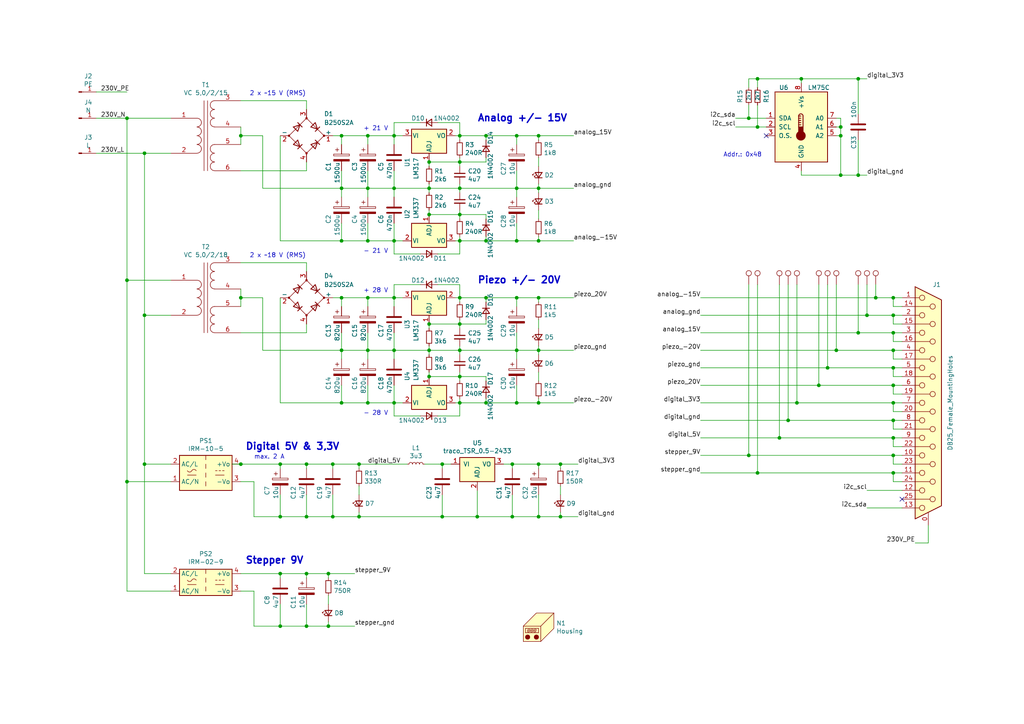
<source format=kicad_sch>
(kicad_sch (version 20250114) (generator "eeschema") (generator_version "9.0")
  (paper "A4")
  (text "Piezo +/- 20V" (at 138.43 82.55 0) (effects (font (size 2.0066 2.0066) (thickness 0.4013) (bold yes)) (justify left bottom)))
  (text "max. 2 A" (at 73.66 133.35 0) (effects (font (size 1.27 1.27)) (justify left bottom)))
  (text "- 21 V" (at 105.41 73.66 0) (effects (font (size 1.27 1.27)) (justify left bottom)))
  (text "Stepper 9V" (at 71.12 163.83 0) (effects (font (size 2.0066 2.0066) (thickness 0.4013) (bold yes)) (justify left bottom)))
  (text "2 x ~18 V (RMS)" (at 72.39 74.93 0) (effects (font (size 1.27 1.27)) (justify left bottom)))
  (text "2 x ~15 V (RMS)" (at 72.39 27.94 0) (effects (font (size 1.27 1.27)) (justify left bottom)))
  (text "- 28 V" (at 105.41 120.65 0) (effects (font (size 1.27 1.27)) (justify left bottom)))
  (text "Digital 5V & 3,3V" (at 71.12 130.81 0) (effects (font (size 2.0066 2.0066) (thickness 0.4013) (bold yes)) (justify left bottom)))
  (text "Addr.: 0x48\n" (at 220.98 45.72 0) (effects (font (size 1.27 1.27)) (justify right bottom)))
  (text "+ 21 V" (at 105.41 38.1 0) (effects (font (size 1.27 1.27)) (justify left bottom)))
  (text "Analog +/- 15V" (at 138.43 35.56 0) (effects (font (size 2.0066 2.0066) (thickness 0.4013) (bold yes)) (justify left bottom)))
  (text "+ 28 V" (at 105.41 85.09 0) (effects (font (size 1.27 1.27)) (justify left bottom)))
  (junction (at 88.9 166.37))
  (junction (at 81.28 181.61))
  (junction (at 259.08 127))
  (junction (at 156.21 149.86))
  (junction (at 128.27 134.62))
  (junction (at 128.27 149.86))
  (junction (at 149.86 54.61))
  (junction (at 232.41 22.86))
  (junction (at 259.08 111.76))
  (junction (at 114.3 54.61))
  (junction (at 41.91 134.62))
  (junction (at 133.35 109.22))
  (junction (at 36.83 34.29))
  (junction (at 148.59 134.62))
  (junction (at 156.21 101.6))
  (junction (at 95.25 166.37))
  (junction (at 106.68 39.37))
  (junction (at 99.06 101.6))
  (junction (at 96.52 134.62))
  (junction (at 69.85 86.36))
  (junction (at 251.46 91.44))
  (junction (at 106.68 86.36))
  (junction (at 162.56 134.62))
  (junction (at 104.14 134.62))
  (junction (at 259.08 132.08))
  (junction (at 114.3 39.37))
  (junction (at 156.21 116.84))
  (junction (at 133.35 69.85))
  (junction (at 133.35 39.37))
  (junction (at 88.9 134.62))
  (junction (at 140.97 116.84))
  (junction (at 259.08 86.36))
  (junction (at 259.08 121.92))
  (junction (at 138.43 149.86))
  (junction (at 81.28 166.37))
  (junction (at 149.86 101.6))
  (junction (at 226.06 127))
  (junction (at 133.35 54.61))
  (junction (at 95.25 181.61))
  (junction (at 149.86 86.36))
  (junction (at 243.84 39.37))
  (junction (at 259.08 116.84))
  (junction (at 88.9 181.61))
  (junction (at 106.68 69.85))
  (junction (at 259.08 101.6))
  (junction (at 99.06 116.84))
  (junction (at 231.14 116.84))
  (junction (at 106.68 116.84))
  (junction (at 114.3 69.85))
  (junction (at 248.92 96.52))
  (junction (at 156.21 39.37))
  (junction (at 259.08 96.52))
  (junction (at 36.83 139.7))
  (junction (at 156.21 69.85))
  (junction (at 148.59 149.86))
  (junction (at 149.86 39.37))
  (junction (at 124.46 109.22))
  (junction (at 133.35 62.23))
  (junction (at 41.91 44.45))
  (junction (at 133.35 101.6))
  (junction (at 248.92 50.8))
  (junction (at 140.97 39.37))
  (junction (at 162.56 149.86))
  (junction (at 124.46 101.6))
  (junction (at 133.35 86.36))
  (junction (at 99.06 69.85))
  (junction (at 259.08 91.44))
  (junction (at 217.17 34.29))
  (junction (at 99.06 86.36))
  (junction (at 36.83 81.28))
  (junction (at 243.84 50.8))
  (junction (at 114.3 86.36))
  (junction (at 228.6 121.92))
  (junction (at 237.49 111.76))
  (junction (at 240.03 106.68))
  (junction (at 124.46 54.61))
  (junction (at 69.85 134.62))
  (junction (at 124.46 93.98))
  (junction (at 124.46 46.99))
  (junction (at 156.21 54.61))
  (junction (at 104.14 149.86))
  (junction (at 254 86.36))
  (junction (at 156.21 86.36))
  (junction (at 81.28 134.62))
  (junction (at 133.35 93.98))
  (junction (at 248.92 22.86))
  (junction (at 124.46 62.23))
  (junction (at 114.3 101.6))
  (junction (at 149.86 116.84))
  (junction (at 41.91 91.44))
  (junction (at 259.08 106.68))
  (junction (at 106.68 54.61))
  (junction (at 156.21 134.62))
  (junction (at 140.97 69.85))
  (junction (at 69.85 39.37))
  (junction (at 114.3 116.84))
  (junction (at 219.71 137.16))
  (junction (at 219.71 36.83))
  (junction (at 106.68 101.6))
  (junction (at 219.71 22.86))
  (junction (at 242.57 101.6))
  (junction (at 81.28 149.86))
  (junction (at 259.08 137.16))
  (junction (at 99.06 54.61))
  (junction (at 88.9 149.86))
  (junction (at 243.84 36.83))
  (junction (at 133.35 46.99))
  (junction (at 96.52 149.86))
  (junction (at 99.06 39.37))
  (junction (at 133.35 116.84))
  (junction (at 149.86 69.85))
  (junction (at 140.97 86.36))
  (junction (at 217.17 132.08))
  (no_connect (at 261.62 144.78))
  (no_connect (at 222.25 39.37))
  (wire (pts (xy 149.86 116.84) (xy 156.21 116.84)))
  (wire (pts (xy 95.25 181.61) (xy 102.87 181.61)))
  (wire (pts (xy 67.31 134.62) (xy 69.85 134.62)))
  (wire (pts (xy 49.53 171.45) (xy 36.83 171.45)))
  (wire (pts (xy 127 120.65) (xy 133.35 120.65)))
  (wire (pts (xy 41.91 44.45) (xy 41.91 91.44)))
  (wire (pts (xy 148.59 143.51) (xy 148.59 149.86)))
  (wire (pts (xy 133.35 54.61) (xy 133.35 55.88)))
  (wire (pts (xy 69.85 171.45) (xy 73.66 171.45)))
  (wire (pts (xy 133.35 35.56) (xy 133.35 39.37)))
  (wire (pts (xy 259.08 124.46) (xy 259.08 121.92)))
  (wire (pts (xy 114.3 88.9) (xy 114.3 86.36)))
  (wire (pts (xy 259.08 106.68) (xy 240.03 106.68)))
  (wire (pts (xy 99.06 57.15) (xy 99.06 54.61)))
  (wire (pts (xy 95.25 166.37) (xy 102.87 166.37)))
  (wire (pts (xy 95.25 167.64) (xy 95.25 166.37)))
  (wire (pts (xy 81.28 39.37) (xy 81.28 69.85)))
  (wire (pts (xy 133.35 101.6) (xy 133.35 102.87)))
  (wire (pts (xy 133.35 93.98) (xy 133.35 92.71)))
  (wire (pts (xy 259.08 99.06) (xy 259.08 96.52)))
  (wire (pts (xy 228.6 121.92) (xy 203.2 121.92)))
  (wire (pts (xy 259.08 96.52) (xy 248.92 96.52)))
  (wire (pts (xy 259.08 88.9) (xy 259.08 86.36)))
  (wire (pts (xy 106.68 64.77) (xy 106.68 69.85)))
  (wire (pts (xy 140.97 68.58) (xy 140.97 69.85)))
  (wire (pts (xy 132.08 39.37) (xy 133.35 39.37)))
  (wire (pts (xy 140.97 86.36) (xy 140.97 87.63)))
  (wire (pts (xy 99.06 54.61) (xy 106.68 54.61)))
  (wire (pts (xy 106.68 86.36) (xy 114.3 86.36)))
  (wire (pts (xy 259.08 121.92) (xy 228.6 121.92)))
  (wire (pts (xy 27.94 34.29) (xy 36.83 34.29)))
  (wire (pts (xy 114.3 86.36) (xy 116.84 86.36)))
  (wire (pts (xy 104.14 143.51) (xy 104.14 140.97)))
  (wire (pts (xy 156.21 110.49) (xy 156.21 107.95)))
  (wire (pts (xy 133.35 120.65) (xy 133.35 116.84)))
  (wire (pts (xy 248.92 96.52) (xy 203.2 96.52)))
  (wire (pts (xy 73.66 149.86) (xy 73.66 139.7)))
  (wire (pts (xy 162.56 134.62) (xy 167.64 134.62)))
  (wire (pts (xy 156.21 149.86) (xy 148.59 149.86)))
  (wire (pts (xy 81.28 167.64) (xy 81.28 166.37)))
  (wire (pts (xy 231.14 116.84) (xy 203.2 116.84)))
  (wire (pts (xy 69.85 76.2) (xy 88.9 76.2)))
  (wire (pts (xy 106.68 57.15) (xy 106.68 54.61)))
  (wire (pts (xy 226.06 127) (xy 203.2 127)))
  (wire (pts (xy 261.62 142.24) (xy 251.46 142.24)))
  (wire (pts (xy 123.19 134.62) (xy 128.27 134.62)))
  (wire (pts (xy 243.84 36.83) (xy 243.84 39.37)))
  (wire (pts (xy 73.66 181.61) (xy 81.28 181.61)))
  (wire (pts (xy 261.62 93.98) (xy 259.08 93.98)))
  (wire (pts (xy 162.56 149.86) (xy 167.64 149.86)))
  (wire (pts (xy 140.97 93.98) (xy 133.35 93.98)))
  (wire (pts (xy 156.21 63.5) (xy 156.21 60.96)))
  (wire (pts (xy 81.28 116.84) (xy 99.06 116.84)))
  (wire (pts (xy 254 86.36) (xy 203.2 86.36)))
  (wire (pts (xy 149.86 41.91) (xy 149.86 39.37)))
  (wire (pts (xy 148.59 135.89) (xy 148.59 134.62)))
  (wire (pts (xy 41.91 91.44) (xy 41.91 134.62)))
  (wire (pts (xy 251.46 91.44) (xy 259.08 91.44)))
  (wire (pts (xy 259.08 137.16) (xy 219.71 137.16)))
  (wire (pts (xy 69.85 29.21) (xy 88.9 29.21)))
  (wire (pts (xy 88.9 166.37) (xy 81.28 166.37)))
  (wire (pts (xy 106.68 104.14) (xy 106.68 101.6)))
  (wire (pts (xy 261.62 121.92) (xy 259.08 121.92)))
  (wire (pts (xy 162.56 135.89) (xy 162.56 134.62)))
  (wire (pts (xy 259.08 104.14) (xy 259.08 101.6)))
  (wire (pts (xy 133.35 116.84) (xy 140.97 116.84)))
  (wire (pts (xy 81.28 135.89) (xy 81.28 134.62)))
  (wire (pts (xy 69.85 96.52) (xy 88.9 96.52)))
  (wire (pts (xy 237.49 82.55) (xy 237.49 111.76)))
  (wire (pts (xy 219.71 22.86) (xy 219.71 25.4)))
  (wire (pts (xy 259.08 127) (xy 226.06 127)))
  (wire (pts (xy 36.83 34.29) (xy 36.83 81.28)))
  (wire (pts (xy 88.9 149.86) (xy 96.52 149.86)))
  (wire (pts (xy 128.27 134.62) (xy 130.81 134.62)))
  (wire (pts (xy 133.35 73.66) (xy 133.35 69.85)))
  (wire (pts (xy 156.21 143.51) (xy 156.21 149.86)))
  (wire (pts (xy 76.2 54.61) (xy 99.06 54.61)))
  (wire (pts (xy 261.62 86.36) (xy 259.08 86.36)))
  (wire (pts (xy 76.2 101.6) (xy 99.06 101.6)))
  (wire (pts (xy 261.62 127) (xy 259.08 127)))
  (wire (pts (xy 133.35 95.25) (xy 133.35 93.98)))
  (wire (pts (xy 88.9 166.37) (xy 95.25 166.37)))
  (wire (pts (xy 156.21 95.25) (xy 156.21 92.71)))
  (wire (pts (xy 162.56 148.59) (xy 162.56 149.86)))
  (wire (pts (xy 156.21 115.57) (xy 156.21 116.84)))
  (wire (pts (xy 133.35 86.36) (xy 133.35 87.63)))
  (wire (pts (xy 99.06 96.52) (xy 99.06 101.6)))
  (wire (pts (xy 81.28 69.85) (xy 99.06 69.85)))
  (wire (pts (xy 81.28 134.62) (xy 88.9 134.62)))
  (wire (pts (xy 261.62 104.14) (xy 259.08 104.14)))
  (wire (pts (xy 88.9 76.2) (xy 88.9 78.74)))
  (wire (pts (xy 259.08 129.54) (xy 259.08 127)))
  (wire (pts (xy 133.35 116.84) (xy 132.08 116.84)))
  (wire (pts (xy 261.62 132.08) (xy 259.08 132.08)))
  (wire (pts (xy 248.92 22.86) (xy 251.46 22.86)))
  (wire (pts (xy 36.83 81.28) (xy 36.83 139.7)))
  (wire (pts (xy 217.17 132.08) (xy 203.2 132.08)))
  (wire (pts (xy 219.71 36.83) (xy 213.36 36.83)))
  (wire (pts (xy 243.84 34.29) (xy 243.84 36.83)))
  (wire (pts (xy 99.06 49.53) (xy 99.06 54.61)))
  (wire (pts (xy 124.46 54.61) (xy 133.35 54.61)))
  (wire (pts (xy 114.3 104.14) (xy 114.3 101.6)))
  (wire (pts (xy 114.3 39.37) (xy 116.84 39.37)))
  (wire (pts (xy 269.24 157.48) (xy 265.43 157.48)))
  (wire (pts (xy 124.46 93.98) (xy 124.46 95.25)))
  (wire (pts (xy 156.21 116.84) (xy 166.37 116.84)))
  (wire (pts (xy 133.35 107.95) (xy 133.35 109.22)))
  (wire (pts (xy 149.86 39.37) (xy 156.21 39.37)))
  (wire (pts (xy 99.06 69.85) (xy 99.06 64.77)))
  (wire (pts (xy 261.62 109.22) (xy 259.08 109.22)))
  (wire (pts (xy 217.17 22.86) (xy 217.17 25.4)))
  (wire (pts (xy 261.62 106.68) (xy 259.08 106.68)))
  (wire (pts (xy 121.92 35.56) (xy 114.3 35.56)))
  (wire (pts (xy 73.66 171.45) (xy 73.66 181.61)))
  (wire (pts (xy 88.9 49.53) (xy 88.9 46.99)))
  (wire (pts (xy 133.35 39.37) (xy 133.35 40.64)))
  (wire (pts (xy 121.92 73.66) (xy 114.3 73.66)))
  (wire (pts (xy 140.97 39.37) (xy 149.86 39.37)))
  (wire (pts (xy 36.83 34.29) (xy 49.53 34.29)))
  (wire (pts (xy 106.68 116.84) (xy 114.3 116.84)))
  (wire (pts (xy 259.08 132.08) (xy 217.17 132.08)))
  (wire (pts (xy 133.35 100.33) (xy 133.35 101.6)))
  (wire (pts (xy 104.14 149.86) (xy 128.27 149.86)))
  (wire (pts (xy 124.46 101.6) (xy 114.3 101.6)))
  (wire (pts (xy 114.3 116.84) (xy 116.84 116.84)))
  (wire (pts (xy 81.28 175.26) (xy 81.28 181.61)))
  (wire (pts (xy 149.86 54.61) (xy 149.86 49.53)))
  (wire (pts (xy 81.28 149.86) (xy 88.9 149.86)))
  (wire (pts (xy 140.97 86.36) (xy 149.86 86.36)))
  (wire (pts (xy 99.06 41.91) (xy 99.06 39.37)))
  (wire (pts (xy 228.6 82.55) (xy 228.6 121.92)))
  (wire (pts (xy 222.25 34.29) (xy 217.17 34.29)))
  (wire (pts (xy 156.21 86.36) (xy 156.21 87.63)))
  (wire (pts (xy 156.21 100.33) (xy 156.21 101.6)))
  (wire (pts (xy 237.49 111.76) (xy 203.2 111.76)))
  (wire (pts (xy 124.46 54.61) (xy 114.3 54.61)))
  (wire (pts (xy 106.68 88.9) (xy 106.68 86.36)))
  (wire (pts (xy 156.21 69.85) (xy 166.37 69.85)))
  (wire (pts (xy 99.06 88.9) (xy 99.06 86.36)))
  (wire (pts (xy 99.06 116.84) (xy 99.06 111.76)))
  (wire (pts (xy 69.85 39.37) (xy 69.85 41.91)))
  (wire (pts (xy 242.57 101.6) (xy 203.2 101.6)))
  (wire (pts (xy 88.9 29.21) (xy 88.9 31.75)))
  (wire (pts (xy 259.08 109.22) (xy 259.08 106.68)))
  (wire (pts (xy 96.52 86.36) (xy 99.06 86.36)))
  (wire (pts (xy 124.46 100.33) (xy 124.46 101.6)))
  (wire (pts (xy 114.3 82.55) (xy 114.3 86.36)))
  (wire (pts (xy 88.9 143.51) (xy 88.9 149.86)))
  (wire (pts (xy 124.46 102.87) (xy 124.46 101.6)))
  (wire (pts (xy 243.84 39.37) (xy 243.84 50.8)))
  (wire (pts (xy 69.85 49.53) (xy 88.9 49.53)))
  (wire (pts (xy 124.46 107.95) (xy 124.46 109.22)))
  (wire (pts (xy 156.21 54.61) (xy 166.37 54.61)))
  (wire (pts (xy 114.3 35.56) (xy 114.3 39.37)))
  (wire (pts (xy 49.53 139.7) (xy 36.83 139.7)))
  (wire (pts (xy 27.94 44.45) (xy 41.91 44.45)))
  (wire (pts (xy 127 35.56) (xy 133.35 35.56)))
  (wire (pts (xy 73.66 139.7) (xy 69.85 139.7)))
  (wire (pts (xy 124.46 60.96) (xy 124.46 62.23)))
  (wire (pts (xy 251.46 82.55) (xy 251.46 91.44)))
  (wire (pts (xy 219.71 36.83) (xy 222.25 36.83)))
  (wire (pts (xy 69.85 83.82) (xy 69.85 86.36)))
  (wire (pts (xy 96.52 39.37) (xy 99.06 39.37)))
  (wire (pts (xy 121.92 120.65) (xy 114.3 120.65)))
  (wire (pts (xy 243.84 50.8) (xy 248.92 50.8)))
  (wire (pts (xy 261.62 101.6) (xy 259.08 101.6)))
  (wire (pts (xy 140.97 45.72) (xy 140.97 46.99)))
  (wire (pts (xy 128.27 135.89) (xy 128.27 134.62)))
  (wire (pts (xy 133.35 46.99) (xy 133.35 45.72)))
  (wire (pts (xy 140.97 116.84) (xy 149.86 116.84)))
  (wire (pts (xy 88.9 175.26) (xy 88.9 181.61)))
  (wire (pts (xy 146.05 134.62) (xy 148.59 134.62)))
  (wire (pts (xy 106.68 49.53) (xy 106.68 54.61)))
  (wire (pts (xy 259.08 116.84) (xy 231.14 116.84)))
  (wire (pts (xy 156.21 39.37) (xy 166.37 39.37)))
  (wire (pts (xy 49.53 166.37) (xy 41.91 166.37)))
  (wire (pts (xy 106.68 69.85) (xy 114.3 69.85)))
  (wire (pts (xy 219.71 137.16) (xy 203.2 137.16)))
  (wire (pts (xy 133.35 69.85) (xy 132.08 69.85)))
  (wire (pts (xy 96.52 149.86) (xy 104.14 149.86)))
  (wire (pts (xy 259.08 134.62) (xy 259.08 132.08)))
  (wire (pts (xy 133.35 101.6) (xy 149.86 101.6)))
  (wire (pts (xy 114.3 69.85) (xy 116.84 69.85)))
  (wire (pts (xy 104.14 148.59) (xy 104.14 149.86)))
  (wire (pts (xy 243.84 50.8) (xy 232.41 50.8)))
  (wire (pts (xy 156.21 86.36) (xy 166.37 86.36)))
  (wire (pts (xy 124.46 46.99) (xy 133.35 46.99)))
  (wire (pts (xy 138.43 142.24) (xy 138.43 149.86)))
  (wire (pts (xy 133.35 68.58) (xy 133.35 69.85)))
  (wire (pts (xy 240.03 82.55) (xy 240.03 106.68)))
  (wire (pts (xy 88.9 96.52) (xy 88.9 93.98)))
  (wire (pts (xy 114.3 64.77) (xy 114.3 69.85)))
  (wire (pts (xy 149.86 88.9) (xy 149.86 86.36)))
  (wire (pts (xy 149.86 116.84) (xy 149.86 111.76)))
  (wire (pts (xy 156.21 101.6) (xy 156.21 102.87)))
  (wire (pts (xy 133.35 54.61) (xy 149.86 54.61)))
  (wire (pts (xy 36.83 139.7) (xy 36.83 171.45)))
  (wire (pts (xy 132.08 86.36) (xy 133.35 86.36)))
  (wire (pts (xy 261.62 119.38) (xy 259.08 119.38)))
  (wire (pts (xy 133.35 62.23) (xy 140.97 62.23)))
  (wire (pts (xy 99.06 69.85) (xy 106.68 69.85)))
  (wire (pts (xy 114.3 41.91) (xy 114.3 39.37)))
  (wire (pts (xy 96.52 134.62) (xy 104.14 134.62)))
  (wire (pts (xy 114.3 111.76) (xy 114.3 116.84)))
  (wire (pts (xy 140.97 92.71) (xy 140.97 93.98)))
  (wire (pts (xy 99.06 86.36) (xy 106.68 86.36)))
  (wire (pts (xy 114.3 57.15) (xy 114.3 54.61)))
  (wire (pts (xy 219.71 22.86) (xy 217.17 22.86)))
  (wire (pts (xy 242.57 82.55) (xy 242.57 101.6)))
  (wire (pts (xy 259.08 114.3) (xy 259.08 111.76)))
  (wire (pts (xy 133.35 39.37) (xy 140.97 39.37)))
  (wire (pts (xy 81.28 181.61) (xy 88.9 181.61)))
  (wire (pts (xy 104.14 134.62) (xy 118.11 134.62)))
  (wire (pts (xy 269.24 152.4) (xy 269.24 157.48)))
  (wire (pts (xy 149.86 101.6) (xy 149.86 96.52)))
  (wire (pts (xy 104.14 135.89) (xy 104.14 134.62)))
  (wire (pts (xy 88.9 181.61) (xy 95.25 181.61)))
  (wire (pts (xy 248.92 82.55) (xy 248.92 96.52)))
  (wire (pts (xy 156.21 54.61) (xy 156.21 55.88)))
  (wire (pts (xy 114.3 54.61) (xy 106.68 54.61)))
  (wire (pts (xy 127 82.55) (xy 133.35 82.55)))
  (wire (pts (xy 95.25 180.34) (xy 95.25 181.61)))
  (wire (pts (xy 124.46 101.6) (xy 133.35 101.6)))
  (wire (pts (xy 248.92 50.8) (xy 251.46 50.8)))
  (wire (pts (xy 124.46 46.99) (xy 124.46 48.26)))
  (wire (pts (xy 140.97 109.22) (xy 140.97 110.49)))
  (wire (pts (xy 81.28 86.36) (xy 81.28 116.84)))
  (wire (pts (xy 106.68 96.52) (xy 106.68 101.6)))
  (wire (pts (xy 217.17 34.29) (xy 213.36 34.29)))
  (wire (pts (xy 41.91 44.45) (xy 49.53 44.45)))
  (wire (pts (xy 248.92 33.02) (xy 248.92 22.86)))
  (wire (pts (xy 242.57 36.83) (xy 243.84 36.83)))
  (wire (pts (xy 133.35 82.55) (xy 133.35 86.36)))
  (wire (pts (xy 219.71 36.83) (xy 219.71 30.48)))
  (wire (pts (xy 128.27 143.51) (xy 128.27 149.86)))
  (wire (pts (xy 133.35 53.34) (xy 133.35 54.61)))
  (wire (pts (xy 243.84 39.37) (xy 242.57 39.37)))
  (wire (pts (xy 254 82.55) (xy 254 86.36)))
  (wire (pts (xy 69.85 86.36) (xy 76.2 86.36)))
  (wire (pts (xy 217.17 82.55) (xy 217.17 132.08)))
  (wire (pts (xy 148.59 134.62) (xy 156.21 134.62)))
  (wire (pts (xy 114.3 49.53) (xy 114.3 54.61)))
  (wire (pts (xy 149.86 104.14) (xy 149.86 101.6)))
  (wire (pts (xy 261.62 88.9) (xy 259.08 88.9)))
  (wire (pts (xy 133.35 109.22) (xy 140.97 109.22)))
  (wire (pts (xy 138.43 149.86) (xy 148.59 149.86)))
  (wire (pts (xy 99.06 39.37) (xy 106.68 39.37)))
  (wire (pts (xy 261.62 129.54) (xy 259.08 129.54)))
  (wire (pts (xy 248.92 40.64) (xy 248.92 50.8)))
  (wire (pts (xy 149.86 69.85) (xy 149.86 64.77)))
  (wire (pts (xy 27.94 26.67) (xy 36.83 26.67)))
  (wire (pts (xy 219.71 82.55) (xy 219.71 137.16)))
  (wire (pts (xy 49.53 91.44) (xy 41.91 91.44)))
  (wire (pts (xy 106.68 41.91) (xy 106.68 39.37)))
  (wire (pts (xy 259.08 111.76) (xy 237.49 111.76)))
  (wire (pts (xy 149.86 57.15) (xy 149.86 54.61)))
  (wire (pts (xy 149.86 86.36) (xy 156.21 86.36)))
  (wire (pts (xy 261.62 139.7) (xy 259.08 139.7)))
  (wire (pts (xy 49.53 134.62) (xy 41.91 134.62)))
  (wire (pts (xy 140.97 46.99) (xy 133.35 46.99)))
  (wire (pts (xy 156.21 68.58) (xy 156.21 69.85)))
  (wire (pts (xy 149.86 54.61) (xy 156.21 54.61)))
  (wire (pts (xy 88.9 167.64) (xy 88.9 166.37)))
  (wire (pts (xy 156.21 53.34) (xy 156.21 54.61)))
  (wire (pts (xy 226.06 82.55) (xy 226.06 127)))
  (wire (pts (xy 106.68 39.37) (xy 114.3 39.37)))
  (wire (pts (xy 133.35 109.22) (xy 133.35 110.49)))
  (wire (pts (xy 99.06 101.6) (xy 106.68 101.6)))
  (wire (pts (xy 36.83 81.28) (xy 49.53 81.28)))
  (wire (pts (xy 140.97 115.57) (xy 140.97 116.84)))
  (wire (pts (xy 156.21 149.86) (xy 162.56 149.86)))
  (wire (pts (xy 95.25 175.26) (xy 95.25 172.72)))
  (wire (pts (xy 96.52 135.89) (xy 96.52 134.62)))
  (wire (pts (xy 261.62 96.52) (xy 259.08 96.52)))
  (wire (pts (xy 156.21 48.26) (xy 156.21 45.72)))
  (wire (pts (xy 232.41 50.8) (xy 232.41 49.53)))
  (wire (pts (xy 240.03 106.68) (xy 203.2 106.68)))
  (wire (pts (xy 133.35 62.23) (xy 133.35 63.5)))
  (wire (pts (xy 81.28 166.37) (xy 69.85 166.37)))
  (wire (pts (xy 124.46 55.88) (xy 124.46 54.61)))
  (wire (pts (xy 41.91 134.62) (xy 41.91 166.37)))
  (wire (pts (xy 124.46 62.23) (xy 133.35 62.23)))
  (wire (pts (xy 259.08 91.44) (xy 261.62 91.44)))
  (wire (pts (xy 259.08 86.36) (xy 254 86.36)))
  (wire (pts (xy 133.35 69.85) (xy 140.97 69.85)))
  (wire (pts (xy 76.2 39.37) (xy 76.2 54.61)))
  (wire (pts (xy 232.41 22.86) (xy 248.92 22.86)))
  (wire (pts (xy 121.92 82.55) (xy 114.3 82.55)))
  (wire (pts (xy 114.3 96.52) (xy 114.3 101.6)))
  (wire (pts (xy 124.46 53.34) (xy 124.46 54.61)))
  (wire (pts (xy 69.85 86.36) (xy 69.85 88.9)))
  (wire (pts (xy 242.57 34.29) (xy 243.84 34.29)))
  (wire (pts (xy 149.86 69.85) (xy 156.21 69.85)))
  (wire (pts (xy 231.14 82.55) (xy 231.14 116.84)))
  (wire (pts (xy 88.9 134.62) (xy 96.52 134.62)))
  (wire (pts (xy 140.97 62.23) (xy 140.97 63.5)))
  (wire (pts (xy 76.2 86.36) (xy 76.2 101.6)))
  (wire (pts (xy 259.08 101.6) (xy 242.57 101.6)))
  (wire (pts (xy 133.35 115.57) (xy 133.35 116.84)))
  (wire (pts (xy 261.62 99.06) (xy 259.08 99.06)))
  (wire (pts (xy 156.21 39.37) (xy 156.21 40.64)))
  (wire (pts (xy 69.85 134.62) (xy 81.28 134.62)))
  (wire (pts (xy 259.08 139.7) (xy 259.08 137.16)))
  (wire (pts (xy 156.21 134.62) (xy 162.56 134.62)))
  (wire (pts (xy 261.62 114.3) (xy 259.08 114.3)))
  (wire (pts (xy 127 73.66) (xy 133.35 73.66)))
  (wire (pts (xy 69.85 39.37) (xy 76.2 39.37)))
  (wire (pts (xy 261.62 116.84) (xy 259.08 116.84)))
  (wire (pts (xy 96.52 143.51) (xy 96.52 149.86)))
  (wire (pts (xy 203.2 91.44) (xy 251.46 91.44)))
  (wire (pts (xy 261.62 124.46) (xy 259.08 124.46)))
  (wire (pts (xy 261.62 111.76) (xy 259.08 111.76)))
  (wire (pts (xy 99.06 116.84) (xy 106.68 116.84)))
  (wire (pts (xy 81.28 149.86) (xy 73.66 149.86)))
  (wire (pts (xy 106.68 111.76) (xy 106.68 116.84)))
  (wire (pts (xy 140.97 69.85) (xy 149.86 69.85)))
  (wire (pts (xy 156.21 101.6) (xy 166.37 101.6)))
  (wire (pts (xy 88.9 135.89) (xy 88.9 134.62)))
  (wire (pts (xy 114.3 101.6) (xy 106.68 101.6)))
  (wire (pts (xy 232.41 22.86) (xy 219.71 22.86)))
  (wire (pts (xy 251.46 147.32) (xy 261.62 147.32)))
  (wire (pts (xy 162.56 143.51) (xy 162.56 140.97)))
  (wire (pts (xy 133.35 46.99) (xy 133.35 48.26)))
  (wire (pts (xy 99.06 104.14) (xy 99.06 101.6)))
  (wire (pts (xy 140.97 40.64) (xy 140.97 39.37)))
  (wire (pts (xy 261.62 134.62) (xy 259.08 134.62)))
  (wire (pts (xy 259.08 119.38) (xy 259.08 116.84)))
  (wire (pts (xy 232.41 22.86) (xy 232.41 24.13)))
  (wire (pts (xy 69.85 36.83) (xy 69.85 39.37)))
  (wire (pts (xy 114.3 120.65) (xy 114.3 116.84)))
  (wire (pts (xy 133.35 86.36) (xy 140.97 86.36)))
  (wire (pts (xy 133.35 60.96) (xy 133.35 62.23)))
  (wire (pts (xy 124.46 93.98) (xy 133.35 93.98)))
  (wire (pts (xy 128.27 149.86) (xy 138.43 149.86)))
  (wire (pts (xy 259.08 93.98) (xy 259.08 91.44)))
  (wire (pts (xy 149.86 101.6) (xy 156.21 101.6)))
  (wire (pts (xy 114.3 73.66) (xy 114.3 69.85)))
  (wire (pts (xy 261.62 137.16) (xy 259.08 137.16)))
  (wire (pts (xy 124.46 109.22) (xy 133.35 109.22)))
  (wire (pts (xy 217.17 34.29) (xy 217.17 30.48)))
  (wire (pts (xy 81.28 143.51) (xy 81.28 149.86)))
  (wire (pts (xy 156.21 134.62) (xy 156.21 135.89)))
  (label "digital_5V" (at 203.2 127 180))
  (label "analog_gnd" (at 203.2 91.44 180))
  (label "stepper_gnd" (at 203.2 137.16 180))
  (label "digital_3V3" (at 251.46 22.86 0))
  (label "piezo_gnd" (at 203.2 106.68 180))
  (label "piezo_-20V" (at 203.2 101.6 180))
  (label "stepper_9V" (at 203.2 132.08 180))
  (label "stepper_gnd" (at 102.87 181.61 0))
  (label "analog_gnd" (at 166.37 54.61 0))
  (label "i2c_scl" (at 251.46 142.24 180))
  (label "digital_gnd" (at 251.46 50.8 0))
  (label "digital_3V3" (at 203.2 116.84 180))
  (label "piezo_-20V" (at 166.37 116.84 0))
  (label "230V_L" (at 29.21 44.45 0))
  (label "stepper_9V" (at 102.87 166.37 0))
  (label "230V_PE" (at 29.21 26.67 0))
  (label "analog_15V" (at 203.2 96.52 180))
  (label "digital_gnd" (at 167.64 149.86 0))
  (label "digital_gnd" (at 203.2 121.92 180))
  (label "digital_3V3" (at 167.64 134.62 0))
  (label "230V_PE" (at 265.43 157.48 180))
  (label "analog_-15V" (at 203.2 86.36 180))
  (label "230V_N" (at 29.21 34.29 0))
  (label "piezo_20V" (at 203.2 111.76 180))
  (label "piezo_gnd" (at 166.37 101.6 0))
  (label "digital_5V" (at 106.68 134.62 0))
  (label "i2c_scl" (at 213.36 36.83 180))
  (label "i2c_sda" (at 251.46 147.32 180))
  (label "piezo_20V" (at 166.37 86.36 0))
  (label "analog_15V" (at 166.37 39.37 0))
  (label "analog_-15V" (at 166.37 69.85 0))
  (label "i2c_sda" (at 213.36 34.29 180))
  (symbol (lib_id "Mechanical:Housing") (at 157.48 181.61 0) (unit 1)
    (property "Reference" "N1" (at 161.3662 180.7464 0) (effects (justify left)))
    (property "Value" "Housing" (at 161.3662 183.0578 0) (effects (justify left)))
    (property "Footprint" "STM_Custom_Lib:Hammond_1455N1602BK" (effects (hide yes)))
    (property "Datasheet" "https://www.reichelt.de/profilgehaeuse-1455-n-160-x-103-x-53-mm-schwarz-eloxiert-1455n1602bk-p221378.html?&trstct=pol_5" (effects (hide yes)))
  )
  (symbol (lib_id "Device:Transformer_1P_2S") (at 59.69 39.37 0) (unit 1)
    (property "Reference" "T1" (at 59.69 24.6126 0))
    (property "Value" "VC 5,0/2/15" (at 59.69 26.924 0))
    (property "Footprint" "STM_Custom_Lib:Block_VC5" (effects (hide yes)))
  )
  (symbol (lib_id "Device:D_Bridge_+-AA") (at 88.9 39.37 0) (unit 1)
    (property "Reference" "D1" (at 93.98 33.02 0) (effects (justify left)))
    (property "Value" "B250S2A" (at 93.98 35.56 0) (effects (justify left)))
    (property "Footprint" "Diode_SMD:Diode_Bridge_Diotec_SO-DIL-Slim" (effects (hide yes)))
    (property "Datasheet" "https://www.reichelt.de/smd-brueckengleichrichter-600-v-2-3-a-b250s2a-dio-p216747.html?&trstct=pol_12" (effects (hide yes)))
  )
  (symbol (lib_id "Connector:TestPoint") (at 251.46 82.55 0) (unit 1)
    (property "Reference" "TP8" (effects (hide yes)))
    (property "Value" "TestPoint" (effects (hide yes)))
    (property "Footprint" "TestPoint:TestPoint_Loop_D1.80mm_Drill1.0mm_Beaded" (effects (hide yes)))
  )
  (symbol (lib_id "Connector:TestPoint") (at 248.92 82.55 0) (unit 1)
    (property "Reference" "TP7" (effects (hide yes)))
    (property "Value" "TestPoint" (effects (hide yes)))
    (property "Footprint" "TestPoint:TestPoint_Loop_D1.80mm_Drill1.0mm_Beaded" (effects (hide yes)))
  )
  (symbol (lib_id "Connector:TestPoint") (at 242.57 82.55 0) (unit 1)
    (property "Reference" "TP6" (effects (hide yes)))
    (property "Value" "TestPoint" (effects (hide yes)))
    (property "Footprint" "TestPoint:TestPoint_Loop_D1.80mm_Drill1.0mm_Beaded" (effects (hide yes)))
  )
  (symbol (lib_id "Connector:TestPoint") (at 240.03 82.55 0) (unit 1)
    (property "Reference" "TP5" (effects (hide yes)))
    (property "Value" "TestPoint" (effects (hide yes)))
    (property "Footprint" "TestPoint:TestPoint_Loop_D1.80mm_Drill1.0mm_Beaded" (effects (hide yes)))
  )
  (symbol (lib_id "Connector:TestPoint") (at 237.49 82.55 0) (unit 1)
    (property "Reference" "TP4" (effects (hide yes)))
    (property "Value" "TestPoint" (effects (hide yes)))
    (property "Footprint" "TestPoint:TestPoint_Loop_D1.80mm_Drill1.0mm_Beaded" (effects (hide yes)))
  )
  (symbol (lib_id "Connector:TestPoint") (at 231.14 82.55 0) (unit 1)
    (property "Reference" "TP3" (effects (hide yes)))
    (property "Value" "TestPoint" (effects (hide yes)))
    (property "Footprint" "TestPoint:TestPoint_Loop_D1.80mm_Drill1.0mm_Beaded" (effects (hide yes)))
  )
  (symbol (lib_id "Connector:TestPoint") (at 228.6 82.55 0) (unit 1)
    (property "Reference" "TP2" (effects (hide yes)))
    (property "Value" "TestPoint" (effects (hide yes)))
    (property "Footprint" "TestPoint:TestPoint_Loop_D1.80mm_Drill1.0mm_Beaded" (effects (hide yes)))
  )
  (symbol (lib_id "Supply-Board-rescue:CP-Device") (at 106.68 45.72 0) (unit 1)
    (property "Reference" "C3" (at 102.87 46.99 90) (effects (justify right)))
    (property "Value" "1500u" (at 105.41 46.99 90) (effects (justify right)))
    (property "Footprint" "Capacitor_THT:CP_Radial_D12.5mm_P5.00mm" (effects (hide yes)))
  )
  (symbol (lib_id "Connector:TestPoint") (at 226.06 82.55 0) (unit 1)
    (property "Reference" "TP11" (effects (hide yes)))
    (property "Value" "TestPoint" (effects (hide yes)))
    (property "Footprint" "TestPoint:TestPoint_Loop_D1.80mm_Drill1.0mm_Beaded" (effects (hide yes)))
  )
  (symbol (lib_id "Supply-Board-rescue:LM317_3PinPackage-Regulator_Linear") (at 124.46 39.37 0) (unit 1)
    (property "Reference" "U1" (at 118.11 45.72 90) (effects (justify right)))
    (property "Value" "LM317" (at 120.65 45.72 90) (effects (justify right)))
    (property "Footprint" "Package_TO_SOT_SMD:TO-252-2" (effects (hide yes)))
    (property "Datasheet" "http://www.ti.com/lit/ds/symlink/lm317.pdf" (effects (hide yes)))
  )
  (symbol (lib_id "Regulator_Linear:LM337_SOT223") (at 124.46 69.85 0) (unit 1)
    (property "Reference" "U2" (at 118.11 63.5 90) (effects (justify left)))
    (property "Value" "LM337" (at 120.65 63.5 90) (effects (justify left)))
    (property "Footprint" "Package_TO_SOT_SMD:TO-252-2" (effects (hide yes)))
    (property "Datasheet" "http://www.ti.com/lit/ds/symlink/lm337-n.pdf" (effects (hide yes)))
  )
  (symbol (lib_id "Connector:TestPoint") (at 219.71 82.55 0) (unit 1)
    (property "Reference" "TP10" (effects (hide yes)))
    (property "Value" "TestPoint" (effects (hide yes)))
    (property "Footprint" "TestPoint:TestPoint_Loop_D1.80mm_Drill1.0mm_Beaded" (effects (hide yes)))
  )
  (symbol (lib_id "Connector:TestPoint") (at 217.17 82.55 0) (unit 1)
    (property "Reference" "TP9" (effects (hide yes)))
    (property "Value" "TestPoint" (effects (hide yes)))
    (property "Footprint" "TestPoint:TestPoint_Loop_D1.80mm_Drill1.0mm_Beaded" (effects (hide yes)))
  )
  (symbol (lib_id "Supply-Board-rescue:CP-Device") (at 99.06 45.72 0) (unit 1)
    (property "Reference" "C1" (at 95.25 46.99 90) (effects (justify right)))
    (property "Value" "1500u" (at 97.79 46.99 90) (effects (justify right)))
    (property "Footprint" "Capacitor_THT:CP_Radial_D12.5mm_P5.00mm" (effects (hide yes)))
  )
  (symbol (lib_id "Supply-Board-rescue:CP-Device") (at 106.68 60.96 0) (unit 1)
    (property "Reference" "C4" (at 102.87 62.23 90) (effects (justify right)))
    (property "Value" "1500u" (at 105.41 62.23 90) (effects (justify right)))
    (property "Footprint" "Capacitor_THT:CP_Radial_D12.5mm_P5.00mm" (effects (hide yes)))
  )
  (symbol (lib_id "Supply-Board-rescue:CP-Device") (at 99.06 60.96 0) (unit 1)
    (property "Reference" "C2" (at 95.25 62.23 90) (effects (justify right)))
    (property "Value" "1500u" (at 97.79 62.23 90) (effects (justify right)))
    (property "Footprint" "Capacitor_THT:CP_Radial_D12.5mm_P5.00mm" (effects (hide yes)))
  )
  (symbol (lib_id "Device:R_Small") (at 124.46 58.42 0) (unit 1)
    (property "Reference" "R2" (at 125.9586 57.2516 0) (effects (justify left)))
    (property "Value" "2k6" (at 125.9586 59.563 0) (effects (justify left)))
    (property "Footprint" "Resistor_SMD:R_0805_2012Metric_Pad1.15x1.40mm_HandSolder" (effects (hide yes)))
  )
  (symbol (lib_id "Device:C") (at 114.3 45.72 0) (unit 1)
    (property "Reference" "C5" (at 110.49 46.99 90) (effects (justify right)))
    (property "Value" "470n" (at 113.03 46.99 90) (effects (justify right)))
    (property "Footprint" "Capacitor_SMD:C_1206_3216Metric_Pad1.42x1.75mm_HandSolder" (effects (hide yes)))
  )
  (symbol (lib_id "Device:LED_Small") (at 156.21 50.8 90) (unit 1)
    (property "Reference" "D2" (at 157.9372 50.8 90) (effects (justify right)))
    (property "Value" "LED_Small" (effects (hide yes)))
    (property "Footprint" "LED_SMD:LED_0603_1608Metric_Pad1.05x0.95mm_HandSolder" (effects (hide yes)))
  )
  (symbol (lib_id "Device:C") (at 114.3 60.96 0) (unit 1)
    (property "Reference" "C6" (at 110.49 62.23 90) (effects (justify right)))
    (property "Value" "470n" (at 113.03 62.23 90) (effects (justify right)))
    (property "Footprint" "Capacitor_SMD:C_1206_3216Metric_Pad1.42x1.75mm_HandSolder" (effects (hide yes)))
  )
  (symbol (lib_id "Device:R_Small") (at 124.46 50.8 0) (unit 1)
    (property "Reference" "R1" (at 125.9586 49.6316 0) (effects (justify left)))
    (property "Value" "2k6" (at 125.9586 51.943 0) (effects (justify left)))
    (property "Footprint" "Resistor_SMD:R_0805_2012Metric_Pad1.15x1.40mm_HandSolder" (effects (hide yes)))
  )
  (symbol (lib_id "Device:R_Small") (at 133.35 43.18 0) (unit 1)
    (property "Reference" "R3" (at 134.8486 42.0116 0) (effects (justify left)))
    (property "Value" "240R" (at 134.8486 44.323 0) (effects (justify left)))
    (property "Footprint" "Resistor_SMD:R_0805_2012Metric_Pad1.15x1.40mm_HandSolder" (effects (hide yes)))
  )
  (symbol (lib_id "Device:R_Small") (at 133.35 66.04 0) (unit 1)
    (property "Reference" "R4" (at 134.8486 64.8716 0) (effects (justify left)))
    (property "Value" "240R" (at 134.8486 67.183 0) (effects (justify left)))
    (property "Footprint" "Resistor_SMD:R_0805_2012Metric_Pad1.15x1.40mm_HandSolder" (effects (hide yes)))
  )
  (symbol (lib_id "Device:R_Small") (at 156.21 66.04 0) (unit 1)
    (property "Reference" "R6" (at 157.7086 64.8716 0) (effects (justify left)))
    (property "Value" "1k8" (at 157.7086 67.183 0) (effects (justify left)))
    (property "Footprint" "Resistor_SMD:R_0805_2012Metric_Pad1.15x1.40mm_HandSolder" (effects (hide yes)))
  )
  (symbol (lib_id "Device:R_Small") (at 156.21 43.18 0) (unit 1)
    (property "Reference" "R5" (at 157.7086 42.0116 0) (effects (justify left)))
    (property "Value" "1k8" (at 157.7086 44.323 0) (effects (justify left)))
    (property "Footprint" "Resistor_SMD:R_0805_2012Metric_Pad1.15x1.40mm_HandSolder" (effects (hide yes)))
  )
  (symbol (lib_id "Device:LED_Small") (at 156.21 58.42 90) (unit 1)
    (property "Reference" "D3" (at 157.9372 58.42 90) (effects (justify right)))
    (property "Value" "LED_Small" (effects (hide yes)))
    (property "Footprint" "LED_SMD:LED_0603_1608Metric_Pad1.05x0.95mm_HandSolder" (effects (hide yes)))
  )
  (symbol (lib_id "Device:Transformer_1P_2S") (at 59.69 86.36 0) (unit 1)
    (property "Reference" "T2" (at 59.69 71.6026 0))
    (property "Value" "VC 5,0/2/18" (at 59.69 73.914 0))
    (property "Footprint" "STM_Custom_Lib:Block_VC5" (effects (hide yes)))
  )
  (symbol (lib_id "Supply-Board-rescue:LM317_3PinPackage-Regulator_Linear") (at 124.46 86.36 0) (unit 1)
    (property "Reference" "U3" (at 118.11 92.71 90) (effects (justify right)))
    (property "Value" "LM317" (at 120.65 92.71 90) (effects (justify right)))
    (property "Footprint" "Package_TO_SOT_SMD:TO-252-2" (effects (hide yes)))
    (property "Datasheet" "http://www.ti.com/lit/ds/symlink/lm317.pdf" (effects (hide yes)))
  )
  (symbol (lib_id "Regulator_Linear:LM337_SOT223") (at 124.46 116.84 0) (unit 1)
    (property "Reference" "U4" (at 118.11 110.49 90) (effects (justify left)))
    (property "Value" "LM337" (at 120.65 110.49 90) (effects (justify left)))
    (property "Footprint" "Package_TO_SOT_SMD:TO-252-2" (effects (hide yes)))
    (property "Datasheet" "http://www.ti.com/lit/ds/symlink/lm337-n.pdf" (effects (hide yes)))
  )
  (symbol (lib_id "Supply-Board-rescue:CP-Device") (at 99.06 92.71 0) (unit 1)
    (property "Reference" "C13" (at 95.25 93.98 90) (effects (justify right)))
    (property "Value" "820u" (at 97.79 93.98 90) (effects (justify right)))
    (property "Footprint" "Capacitor_THT:CP_Radial_D12.5mm_P5.00mm" (effects (hide yes)))
  )
  (symbol (lib_id "Supply-Board-rescue:CP-Device") (at 106.68 107.95 0) (unit 1)
    (property "Reference" "C16" (at 102.87 109.22 90) (effects (justify right)))
    (property "Value" "820u" (at 105.41 109.22 90) (effects (justify right)))
    (property "Footprint" "Capacitor_THT:CP_Radial_D12.5mm_P5.00mm" (effects (hide yes)))
  )
  (symbol (lib_id "Supply-Board-rescue:CP-Device") (at 99.06 107.95 0) (unit 1)
    (property "Reference" "C14" (at 95.25 109.22 90) (effects (justify right)))
    (property "Value" "820u" (at 97.79 109.22 90) (effects (justify right)))
    (property "Footprint" "Capacitor_THT:CP_Radial_D12.5mm_P5.00mm" (effects (hide yes)))
  )
  (symbol (lib_id "Device:R_Small") (at 124.46 105.41 0) (unit 1)
    (property "Reference" "R8" (at 125.9586 104.2416 0) (effects (justify left)))
    (property "Value" "3k6" (at 125.9586 106.553 0) (effects (justify left)))
    (property "Footprint" "Resistor_SMD:R_0805_2012Metric_Pad1.15x1.40mm_HandSolder" (effects (hide yes)))
  )
  (symbol (lib_id "Device:C") (at 114.3 92.71 0) (unit 1)
    (property "Reference" "C17" (at 110.49 93.98 90) (effects (justify right)))
    (property "Value" "470n" (at 113.03 93.98 90) (effects (justify right)))
    (property "Footprint" "Capacitor_SMD:C_1206_3216Metric_Pad1.42x1.75mm_HandSolder" (effects (hide yes)))
  )
  (symbol (lib_id "Device:LED_Small") (at 156.21 97.79 90) (unit 1)
    (property "Reference" "D5" (at 157.9372 97.79 90) (effects (justify right)))
    (property "Value" "LED_Small" (effects (hide yes)))
    (property "Footprint" "LED_SMD:LED_0603_1608Metric_Pad1.05x0.95mm_HandSolder" (effects (hide yes)))
  )
  (symbol (lib_id "Supply-Board-rescue:CP-Device") (at 106.68 92.71 0) (unit 1)
    (property "Reference" "C15" (at 102.87 93.98 90) (effects (justify right)))
    (property "Value" "820u" (at 105.41 93.98 90) (effects (justify right)))
    (property "Footprint" "Capacitor_THT:CP_Radial_D12.5mm_P5.00mm" (effects (hide yes)))
  )
  (symbol (lib_id "Device:C") (at 114.3 107.95 0) (unit 1)
    (property "Reference" "C18" (at 110.49 109.22 90) (effects (justify right)))
    (property "Value" "470n" (at 113.03 109.22 90) (effects (justify right)))
    (property "Footprint" "Capacitor_SMD:C_1206_3216Metric_Pad1.42x1.75mm_HandSolder" (effects (hide yes)))
  )
  (symbol (lib_id "Device:R_Small") (at 124.46 97.79 0) (unit 1)
    (property "Reference" "R7" (at 125.9586 96.6216 0) (effects (justify left)))
    (property "Value" "3k6" (at 125.9586 98.933 0) (effects (justify left)))
    (property "Footprint" "Resistor_SMD:R_0805_2012Metric_Pad1.15x1.40mm_HandSolder" (effects (hide yes)))
  )
  (symbol (lib_id "Device:R_Small") (at 133.35 90.17 0) (unit 1)
    (property "Reference" "R9" (at 134.8486 89.0016 0) (effects (justify left)))
    (property "Value" "240R" (at 134.8486 91.313 0) (effects (justify left)))
    (property "Footprint" "Resistor_SMD:R_0805_2012Metric_Pad1.15x1.40mm_HandSolder" (effects (hide yes)))
  )
  (symbol (lib_id "Device:R_Small") (at 133.35 113.03 0) (unit 1)
    (property "Reference" "R10" (at 134.8486 111.8616 0) (effects (justify left)))
    (property "Value" "240R" (at 134.8486 114.173 0) (effects (justify left)))
    (property "Footprint" "Resistor_SMD:R_0805_2012Metric_Pad1.15x1.40mm_HandSolder" (effects (hide yes)))
  )
  (symbol (lib_id "Device:R_Small") (at 156.21 113.03 0) (unit 1)
    (property "Reference" "R12" (at 157.7086 111.8616 0) (effects (justify left)))
    (property "Value" "1k5" (at 157.7086 114.173 0) (effects (justify left)))
    (property "Footprint" "Resistor_SMD:R_0805_2012Metric_Pad1.15x1.40mm_HandSolder" (effects (hide yes)))
  )
  (symbol (lib_id "Device:R_Small") (at 156.21 90.17 0) (unit 1)
    (property "Reference" "R11" (at 157.7086 89.0016 0) (effects (justify left)))
    (property "Value" "1k5" (at 157.7086 91.313 0) (effects (justify left)))
    (property "Footprint" "Resistor_SMD:R_0805_2012Metric_Pad1.15x1.40mm_HandSolder" (effects (hide yes)))
  )
  (symbol (lib_id "Device:LED_Small") (at 156.21 105.41 90) (unit 1)
    (property "Reference" "D6" (at 157.9372 105.41 90) (effects (justify right)))
    (property "Value" "LED_Small" (effects (hide yes)))
    (property "Footprint" "LED_SMD:LED_0603_1608Metric_Pad1.05x0.95mm_HandSolder" (effects (hide yes)))
  )
  (symbol (lib_id "Converter_ACDC:IRM-10-5") (at 59.69 137.16 0) (unit 1)
    (property "Reference" "PS1" (at 59.69 127.8382 0))
    (property "Value" "IRM-10-5" (at 59.69 130.1496 0))
    (property "Footprint" "Converter_ACDC:Converter_ACDC_MeanWell_IRM-10-xx_THT" (effects (hide yes)))
    (property "Datasheet" "https://www.meanwell.com/Upload/PDF/IRM-10/IRM-10-SPEC.PDF" (effects (hide yes)))
  )
  (symbol (lib_id "Converter_ACDC:IRM-02-9") (at 59.69 168.91 0) (unit 1)
    (property "Reference" "PS2" (at 59.69 160.655 0))
    (property "Value" "IRM-02-9" (at 59.69 162.9664 0))
    (property "Footprint" "Converter_ACDC:Converter_ACDC_MeanWell_IRM-02-xx_THT" (effects (hide yes)))
    (property "Datasheet" "https://www.meanwell.com/Upload/PDF/IRM-02/IRM-02-SPEC.PDF" (effects (hide yes)))
  )
  (symbol (lib_id "Device:R_Small") (at 104.14 138.43 0) (unit 1)
    (property "Reference" "R13" (at 105.6386 137.2616 0) (effects (justify left)))
    (property "Value" "330R" (at 105.6386 139.573 0) (effects (justify left)))
    (property "Footprint" "Resistor_SMD:R_0805_2012Metric_Pad1.15x1.40mm_HandSolder" (effects (hide yes)))
  )
  (symbol (lib_id "Device:LED_Small") (at 104.14 146.05 90) (unit 1)
    (property "Reference" "D7" (at 105.8672 146.05 90) (effects (justify right)))
    (property "Value" "LED_Small" (effects (hide yes)))
    (property "Footprint" "LED_SMD:LED_0603_1608Metric_Pad1.05x0.95mm_HandSolder" (effects (hide yes)))
  )
  (symbol (lib_id "Supply-Board-rescue:CP-Device") (at 156.21 139.7 0) (unit 1)
    (property "Reference" "C32" (at 152.4 140.97 90) (effects (justify right)))
    (property "Value" "10u" (at 154.94 140.97 90) (effects (justify right)))
    (property "Footprint" "Capacitor_Tantalum_SMD:CP_EIA-6032-28_Kemet-C_Pad2.25x2.35mm_HandSolder" (effects (hide yes)))
    (property "Datasheet" "https://www.reichelt.de/smd-tantal-10-f-16v-125-c-t491c-10u-16-p206468.html?&trstct=pol_3" (effects (hide yes)))
  )
  (symbol (lib_id "Device:R_Small") (at 162.56 138.43 0) (unit 1)
    (property "Reference" "R17" (at 164.0586 137.2616 0) (effects (justify left)))
    (property "Value" "150R" (at 164.0586 139.573 0) (effects (justify left)))
    (property "Footprint" "Resistor_SMD:R_0805_2012Metric_Pad1.15x1.40mm_HandSolder" (effects (hide yes)))
  )
  (symbol (lib_id "Device:LED_Small") (at 162.56 146.05 90) (unit 1)
    (property "Reference" "D9" (at 164.2872 146.05 90) (effects (justify right)))
    (property "Value" "LED_Small" (effects (hide yes)))
    (property "Footprint" "LED_SMD:LED_0603_1608Metric_Pad1.05x0.95mm_HandSolder" (effects (hide yes)))
  )
  (symbol (lib_id "Device:R_Small") (at 95.25 170.18 0) (unit 1)
    (property "Reference" "R14" (at 96.7486 169.0116 0) (effects (justify left)))
    (property "Value" "750R" (at 96.7486 171.323 0) (effects (justify left)))
    (property "Footprint" "Resistor_SMD:R_0805_2012Metric_Pad1.15x1.40mm_HandSolder" (effects (hide yes)))
  )
  (symbol (lib_id "Device:LED_Small") (at 95.25 177.8 90) (unit 1)
    (property "Reference" "D8" (at 96.9772 177.8 90) (effects (justify right)))
    (property "Value" "LED_Small" (effects (hide yes)))
    (property "Footprint" "LED_SMD:LED_0603_1608Metric_Pad1.05x0.95mm_HandSolder" (effects (hide yes)))
  )
  (symbol (lib_id "Supply-Board-rescue:traco_TSR_0.5-2433-STM_Custom_Lib") (at 138.43 134.62 0) (unit 1)
    (property "Reference" "U5" (at 138.43 128.4732 0))
    (property "Value" "traco_TSR_0.5-2433" (at 138.43 130.7846 0))
    (property "Footprint" "STM_Custom_Lib:traco_TSR_0.5-2433" (effects (hide yes)))
    (property "Datasheet" "https://www.reichelt.de/dc-dc-wandler-tsr-0-5-3-3-v-500-ma-sil-tsr-0-5-2433-p251064.html?&trstct=pol_0" (effects (hide yes)))
  )
  (symbol (lib_id "Supply-Board-rescue:DB25_Female_MountingHoles-Connector") (at 269.24 116.84 0) (unit 1)
    (property "Reference" "J1" (at 270.51 82.55 0) (effects (justify left)))
    (property "Value" "DB25_Female_MountingHoles" (at 275.59 116.84 90))
    (property "Footprint" "Connector_Dsub:DSUB-25_Female_Horizontal_P2.77x2.84mm_EdgePinOffset4.94mm_Housed_MountingHolesOffset7.48mm" (effects (hide yes)))
    (property "Datasheet" "https://www.reichelt.de/d-sub-buchse-25-polig-gewinkelt-rm-7-2-d-sub-bu-25us-p6971.html?&trstct=pol_0" (effects (hide yes)))
  )
  (symbol (lib_id "Device:C") (at 81.28 171.45 0) (unit 1)
    (property "Reference" "C8" (at 77.47 172.72 90) (effects (justify right)))
    (property "Value" "4u7" (at 80.01 172.72 90) (effects (justify right)))
    (property "Footprint" "Capacitor_SMD:C_0805_2012Metric_Pad1.15x1.40mm_HandSolder" (effects (hide yes)))
    (property "Datasheet" "https://www.reichelt.de/vielschicht-kerko-4-7-f-16v-125-c-kem-x7r0805-4-7u-p207081.html?&trstct=pol_3" (effects (hide yes)))
  )
  (symbol (lib_id "Device:C") (at 128.27 139.7 0) (unit 1)
    (property "Reference" "C23" (at 124.46 140.97 90) (effects (justify right)))
    (property "Value" "4u7" (at 127 140.97 90) (effects (justify right)))
    (property "Footprint" "Capacitor_SMD:C_0805_2012Metric_Pad1.15x1.40mm_HandSolder" (effects (hide yes)))
    (property "Datasheet" "https://www.reichelt.de/vielschicht-kerko-4-7-f-16v-125-c-kem-x7r0805-4-7u-p207081.html?&trstct=pol_3" (effects (hide yes)))
  )
  (symbol (lib_id "Device:C") (at 148.59 139.7 0) (unit 1)
    (property "Reference" "C31" (at 144.78 140.97 90) (effects (justify right)))
    (property "Value" "4u7" (at 147.32 140.97 90) (effects (justify right)))
    (property "Footprint" "Capacitor_SMD:C_0805_2012Metric_Pad1.15x1.40mm_HandSolder" (effects (hide yes)))
    (property "Datasheet" "https://www.reichelt.de/vielschicht-kerko-4-7-f-16v-125-c-kem-x7r0805-4-7u-p207081.html?&trstct=pol_3" (effects (hide yes)))
  )
  (symbol (lib_id "Device:L_Small") (at 120.65 134.62 90) (unit 1)
    (property "Reference" "L1" (at 120.65 129.921 90))
    (property "Value" "3u3" (at 120.65 132.2324 90))
    (property "Footprint" "Inductor_SMD:L_Fastron_PISN_Handsoldering" (effects (hide yes)))
    (property "Datasheet" "https://cdn-reichelt.de/documents/datenblatt/B400/PISM.pdf" (effects (hide yes)))
    (property "Reichelt" "L-PISM 3,3µ" (effects (hide yes)))
  )
  (symbol (lib_id "Device:C") (at 96.52 139.7 0) (unit 1)
    (property "Reference" "C19" (at 92.71 140.97 90) (effects (justify right)))
    (property "Value" "4u7" (at 95.25 140.97 90) (effects (justify right)))
    (property "Footprint" "Capacitor_SMD:C_0805_2012Metric_Pad1.15x1.40mm_HandSolder" (effects (hide yes)))
    (property "Datasheet" "https://www.reichelt.de/vielschicht-kerko-4-7-f-16v-125-c-kem-x7r0805-4-7u-p207081.html?&trstct=pol_3" (effects (hide yes)))
  )
  (symbol (lib_id "Device:C") (at 88.9 139.7 0) (unit 1)
    (property "Reference" "C12" (at 85.09 140.97 90) (effects (justify right)))
    (property "Value" "4u7" (at 87.63 140.97 90) (effects (justify right)))
    (property "Footprint" "Capacitor_SMD:C_0805_2012Metric_Pad1.15x1.40mm_HandSolder" (effects (hide yes)))
    (property "Datasheet" "https://www.reichelt.de/vielschicht-kerko-4-7-f-16v-125-c-kem-x7r0805-4-7u-p207081.html?&trstct=pol_3" (effects (hide yes)))
  )
  (symbol (lib_id "Supply-Board-rescue:CP-Device") (at 149.86 45.72 0) (unit 1)
    (property "Reference" "C27" (at 146.05 46.99 90) (effects (justify right)))
    (property "Value" "10u" (at 148.59 46.99 90) (effects (justify right)))
    (property "Footprint" "Capacitor_Tantalum_SMD:CP_EIA-7343-31_Kemet-D_Pad2.25x2.55mm_HandSolder" (effects (hide yes)))
    (property "Datasheet" "https://www.reichelt.de/smd-tantal-10-f-35v-125-c-t491d-10u-35-p206481.html?&trstct=pol_4" (effects (hide yes)))
  )
  (symbol (lib_id "Supply-Board-rescue:CP-Device") (at 149.86 60.96 0) (unit 1)
    (property "Reference" "C28" (at 146.05 62.23 90) (effects (justify right)))
    (property "Value" "10u" (at 148.59 62.23 90) (effects (justify right)))
    (property "Footprint" "Capacitor_Tantalum_SMD:CP_EIA-7343-31_Kemet-D_Pad2.25x2.55mm_HandSolder" (effects (hide yes)))
    (property "Datasheet" "https://www.reichelt.de/smd-tantal-10-f-35v-125-c-t491d-10u-35-p206481.html?&trstct=pol_4" (effects (hide yes)))
  )
  (symbol (lib_id "Supply-Board-rescue:CP-Device") (at 149.86 92.71 0) (unit 1)
    (property "Reference" "C29" (at 146.05 93.98 90) (effects (justify right)))
    (property "Value" "10u" (at 148.59 93.98 90) (effects (justify right)))
    (property "Footprint" "Capacitor_Tantalum_SMD:CP_EIA-7343-31_Kemet-D_Pad2.25x2.55mm_HandSolder" (effects (hide yes)))
    (property "Datasheet" "https://www.reichelt.de/smd-tantal-10-f-35v-125-c-t491d-10u-35-p206481.html?&trstct=pol_4" (effects (hide yes)))
  )
  (symbol (lib_id "Supply-Board-rescue:CP-Device") (at 149.86 107.95 0) (unit 1)
    (property "Reference" "C30" (at 146.05 109.22 90) (effects (justify right)))
    (property "Value" "10u" (at 148.59 109.22 90) (effects (justify right)))
    (property "Footprint" "Capacitor_Tantalum_SMD:CP_EIA-7343-31_Kemet-D_Pad2.25x2.55mm_HandSolder" (effects (hide yes)))
    (property "Datasheet" "https://www.reichelt.de/smd-tantal-10-f-35v-125-c-t491d-10u-35-p206481.html?&trstct=pol_4" (effects (hide yes)))
  )
  (symbol (lib_id "Supply-Board-rescue:CP-Device") (at 81.28 139.7 0) (unit 1)
    (property "Reference" "C7" (at 77.47 140.97 90) (effects (justify right)))
    (property "Value" "10u" (at 80.01 140.97 90) (effects (justify right)))
    (property "Footprint" "Capacitor_Tantalum_SMD:CP_EIA-6032-28_Kemet-C_Pad2.25x2.35mm_HandSolder" (effects (hide yes)))
    (property "Datasheet" "https://www.reichelt.de/smd-tantal-10-f-16v-125-c-t491c-10u-16-p206468.html?&trstct=pol_3" (effects (hide yes)))
  )
  (symbol (lib_id "Supply-Board-rescue:CP-Device") (at 88.9 171.45 0) (unit 1)
    (property "Reference" "C11" (at 85.09 172.72 90) (effects (justify right)))
    (property "Value" "10u" (at 87.63 172.72 90) (effects (justify right)))
    (property "Footprint" "Capacitor_Tantalum_SMD:CP_EIA-6032-28_Kemet-C_Pad2.25x2.35mm_HandSolder" (effects (hide yes)))
    (property "Datasheet" "https://www.reichelt.de/smd-tantal-10-f-16v-125-c-t491c-10u-16-p206468.html?&trstct=pol_3" (effects (hide yes)))
  )
  (symbol (lib_id "Supply-Board-rescue:Conn_01x01_Male-Connector") (at 22.86 26.67 0) (unit 1)
    (property "Reference" "J2" (at 25.6032 22.0726 0))
    (property "Value" "PE" (at 25.6032 24.384 0))
    (property "Footprint" "Connector_Pin:Pin_D1.3mm_L11.3mm_W2.8mm_Flat" (effects (hide yes)))
    (property "Datasheet" "https://www.reichelt.de/flachstecker-fuer-printmontage-breite-2-8mm-vt-fs-p-2-8-p231351.html?&trstct=pol_0" (effects (hide yes)))
  )
  (symbol (lib_id "Supply-Board-rescue:Conn_01x01_Male-Connector") (at 22.86 44.45 0) (unit 1)
    (property "Reference" "J3" (at 25.6032 39.8526 0))
    (property "Value" "L" (at 25.6032 42.164 0))
    (property "Footprint" "Connector_Pin:Pin_D1.3mm_L11.3mm_W2.8mm_Flat" (effects (hide yes)))
    (property "Datasheet" "https://www.reichelt.de/flachstecker-fuer-printmontage-breite-2-8mm-vt-fs-p-2-8-p231351.html?&trstct=pol_0" (effects (hide yes)))
  )
  (symbol (lib_id "Supply-Board-rescue:Conn_01x01_Male-Connector") (at 22.86 34.29 0) (unit 1)
    (property "Reference" "J4" (at 25.6032 29.6926 0))
    (property "Value" "N" (at 25.6032 32.004 0))
    (property "Footprint" "Connector_Pin:Pin_D1.3mm_L11.3mm_W2.8mm_Flat" (effects (hide yes)))
    (property "Datasheet" "https://www.reichelt.de/flachstecker-fuer-printmontage-breite-2-8mm-vt-fs-p-2-8-p231351.html?&trstct=pol_0" (effects (hide yes)))
  )
  (symbol (lib_id "Supply-Board-rescue:LM75C-Sensor_Temperature") (at 232.41 36.83 0) (unit 1)
    (property "Reference" "U6" (at 227.33 25.4 0))
    (property "Value" "LM75C" (at 237.49 25.4 0))
    (property "Footprint" "Package_SO:SOIC-8_3.9x4.9mm_P1.27mm" (effects (hide yes)))
    (property "Datasheet" "http://www.ti.com/lit/ds/symlink/lm75b.pdf" (effects (hide yes)))
  )
  (symbol (lib_id "Device:C") (at 248.92 36.83 0) (unit 1)
    (property "Reference" "C33" (at 247.65 39.37 90) (effects (justify right)))
    (property "Value" "100n" (at 247.65 34.29 90) (effects (justify left)))
    (property "Footprint" "Capacitor_SMD:C_0805_2012Metric_Pad1.15x1.40mm_HandSolder" (effects (hide yes)))
  )
  (symbol (lib_id "Device:R_Small") (at 217.17 27.94 0) (unit 1)
    (property "Reference" "R15" (at 214.63 27.94 90))
    (property "Value" "2k7" (at 217.17 29.21 90) (effects (font (size 0.9906 0.9906)) (justify left)))
    (property "Footprint" "Resistor_SMD:R_0805_2012Metric_Pad1.15x1.40mm_HandSolder" (effects (hide yes)))
  )
  (symbol (lib_id "Device:R_Small") (at 219.71 27.94 0) (unit 1)
    (property "Reference" "R16" (at 222.25 27.94 90))
    (property "Value" "2k7" (at 219.71 29.21 90) (effects (font (size 0.9906 0.9906)) (justify left)))
    (property "Footprint" "Resistor_SMD:R_0805_2012Metric_Pad1.15x1.40mm_HandSolder" (effects (hide yes)))
  )
  (symbol (lib_id "Device:D_Bridge_+-AA") (at 88.9 86.36 0) (unit 1)
    (property "Reference" "D4" (at 93.98 80.01 0) (effects (justify left)))
    (property "Value" "B250S2A" (at 93.98 82.55 0) (effects (justify left)))
    (property "Footprint" "Diode_SMD:Diode_Bridge_Diotec_SO-DIL-Slim" (effects (hide yes)))
    (property "Datasheet" "https://www.reichelt.de/smd-brueckengleichrichter-600-v-2-3-a-b250s2a-dio-p216747.html?&trstct=pol_12" (effects (hide yes)))
  )
  (symbol (lib_id "Device:D_Small") (at 124.46 35.56 0) (unit 1)
    (property "Reference" "D10" (at 123.19 34.29 0) (effects (justify right)))
    (property "Value" "1N4002" (at 125.73 34.29 0) (effects (justify left)))
    (property "Footprint" "Diode_SMD:D_MELF" (effects (hide yes)))
    (property "Datasheet" "https://www.reichelt.de/gleichrichterdiode-100-v-1-a-do-213ab-1n-4002-smd-p18397.html?&trstct=pos_1" (effects (hide yes)))
  )
  (symbol (lib_id "Device:D_Small") (at 124.46 73.66 180) (unit 1)
    (property "Reference" "D11" (at 125.73 74.93 0) (effects (justify right)))
    (property "Value" "1N4002" (at 123.19 74.93 0) (effects (justify left)))
    (property "Footprint" "Diode_SMD:D_MELF" (effects (hide yes)))
    (property "Datasheet" "https://www.reichelt.de/gleichrichterdiode-100-v-1-a-do-213ab-1n-4002-smd-p18397.html?&trstct=pos_1" (effects (hide yes)))
  )
  (symbol (lib_id "Device:D_Small") (at 124.46 82.55 0) (unit 1)
    (property "Reference" "D12" (at 123.19 81.28 0) (effects (justify right)))
    (property "Value" "1N4002" (at 125.73 81.28 0) (effects (justify left)))
    (property "Footprint" "Diode_SMD:D_MELF" (effects (hide yes)))
    (property "Datasheet" "https://www.reichelt.de/gleichrichterdiode-100-v-1-a-do-213ab-1n-4002-smd-p18397.html?&trstct=pos_1" (effects (hide yes)))
  )
  (symbol (lib_id "Device:D_Small") (at 124.46 120.65 180) (unit 1)
    (property "Reference" "D13" (at 125.73 121.92 0) (effects (justify right)))
    (property "Value" "1N4002" (at 123.19 121.92 0) (effects (justify left)))
    (property "Footprint" "Diode_SMD:D_MELF" (effects (hide yes)))
    (property "Datasheet" "https://www.reichelt.de/gleichrichterdiode-100-v-1-a-do-213ab-1n-4002-smd-p18397.html?&trstct=pos_1" (effects (hide yes)))
  )
  (symbol (lib_id "Device:C_Small") (at 133.35 97.79 0) (unit 1)
    (property "Reference" "C25" (at 135.6868 96.6216 0) (effects (justify left)))
    (property "Value" "4u7" (at 135.6868 98.933 0) (effects (justify left)))
    (property "Footprint" "Capacitor_SMD:C_1206_3216Metric_Pad1.42x1.75mm_HandSolder" (effects (hide yes)))
    (property "Datasheet" "https://www.reichelt.de/smd-vielschichtkondensator-g1206-4-7-f-50v-x7r-g1206-4-7-50-p89739.html?&trstct=pol_5" (effects (hide yes)))
  )
  (symbol (lib_id "Device:C_Small") (at 133.35 105.41 0) (unit 1)
    (property "Reference" "C26" (at 135.6868 104.2416 0) (effects (justify left)))
    (property "Value" "4u7" (at 135.6868 106.553 0) (effects (justify left)))
    (property "Footprint" "Capacitor_SMD:C_1206_3216Metric_Pad1.42x1.75mm_HandSolder" (effects (hide yes)))
    (property "Datasheet" "https://www.reichelt.de/smd-vielschichtkondensator-g1206-4-7-f-50v-x7r-g1206-4-7-50-p89739.html?&trstct=pol_5" (effects (hide yes)))
  )
  (symbol (lib_id "Device:C_Small") (at 133.35 58.42 0) (unit 1)
    (property "Reference" "C24" (at 135.6868 57.2516 0) (effects (justify left)))
    (property "Value" "4u7" (at 135.6868 59.563 0) (effects (justify left)))
    (property "Footprint" "Capacitor_SMD:C_1206_3216Metric_Pad1.42x1.75mm_HandSolder" (effects (hide yes)))
    (property "Datasheet" "https://www.reichelt.de/smd-vielschichtkondensator-g1206-4-7-f-50v-x7r-g1206-4-7-50-p89739.html?&trstct=pol_5" (effects (hide yes)))
  )
  (symbol (lib_id "Device:C_Small") (at 133.35 50.8 0) (unit 1)
    (property "Reference" "C20" (at 135.6868 49.6316 0) (effects (justify left)))
    (property "Value" "4u7" (at 135.6868 51.943 0) (effects (justify left)))
    (property "Footprint" "Capacitor_SMD:C_1206_3216Metric_Pad1.42x1.75mm_HandSolder" (effects (hide yes)))
    (property "Datasheet" "https://www.reichelt.de/smd-vielschichtkondensator-g1206-4-7-f-50v-x7r-g1206-4-7-50-p89739.html?&trstct=pol_5" (effects (hide yes)))
  )
  (symbol (lib_id "Device:D_Small") (at 140.97 90.17 270) (unit 1)
    (property "Reference" "D16" (at 142.24 88.9 0) (effects (justify right)))
    (property "Value" "1N4002" (at 142.24 91.44 0) (effects (justify left)))
    (property "Footprint" "Diode_SMD:D_MELF" (effects (hide yes)))
    (property "Datasheet" "https://www.reichelt.de/gleichrichterdiode-100-v-1-a-do-213ab-1n-4002-smd-p18397.html?&trstct=pos_1" (effects (hide yes)))
  )
  (symbol (lib_id "Device:D_Small") (at 140.97 113.03 270) (unit 1)
    (property "Reference" "D17" (at 142.24 111.76 0) (effects (justify right)))
    (property "Value" "1N4002" (at 142.24 114.3 0) (effects (justify left)))
    (property "Footprint" "Diode_SMD:D_MELF" (effects (hide yes)))
    (property "Datasheet" "https://www.reichelt.de/gleichrichterdiode-100-v-1-a-do-213ab-1n-4002-smd-p18397.html?&trstct=pos_1" (effects (hide yes)))
  )
  (symbol (lib_id "Device:D_Small") (at 140.97 43.18 270) (unit 1)
    (property "Reference" "D14" (at 142.24 41.91 0) (effects (justify right)))
    (property "Value" "1N4002" (at 142.24 44.45 0) (effects (justify left)))
    (property "Footprint" "Diode_SMD:D_MELF" (effects (hide yes)))
    (property "Datasheet" "https://www.reichelt.de/gleichrichterdiode-100-v-1-a-do-213ab-1n-4002-smd-p18397.html?&trstct=pos_1" (effects (hide yes)))
  )
  (symbol (lib_id "Device:D_Small") (at 140.97 66.04 270) (unit 1)
    (property "Reference" "D15" (at 142.24 64.77 0) (effects (justify right)))
    (property "Value" "1N4002" (at 142.24 67.31 0) (effects (justify left)))
    (property "Footprint" "Diode_SMD:D_MELF" (effects (hide yes)))
    (property "Datasheet" "https://www.reichelt.de/gleichrichterdiode-100-v-1-a-do-213ab-1n-4002-smd-p18397.html?&trstct=pos_1" (effects (hide yes)))
  )
  (symbol (lib_id "Connector:TestPoint") (at 254 82.55 0) (unit 1)
    (property "Reference" "TP1" (effects (hide yes)))
    (property "Value" "TestPoint" (effects (hide yes)))
    (property "Footprint" "TestPoint:TestPoint_Loop_D1.80mm_Drill1.0mm_Beaded" (effects (hide yes)))
  )
)
</source>
